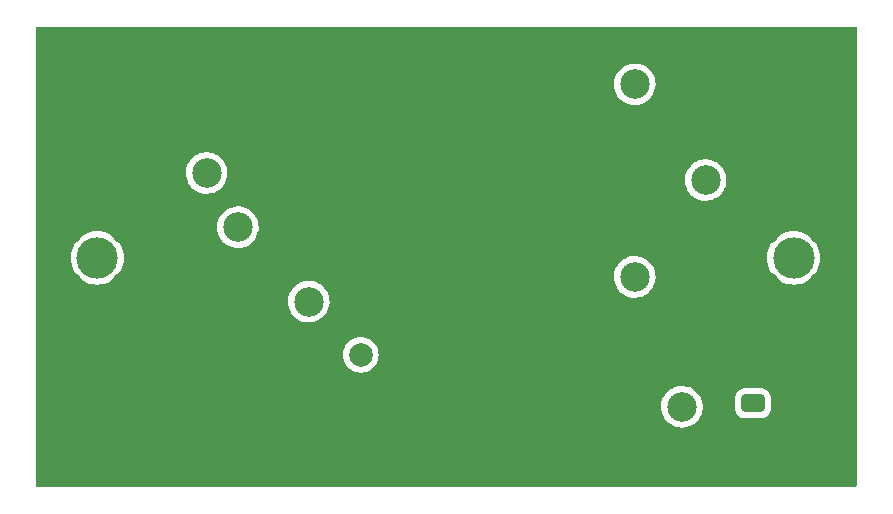
<source format=gbl>
G04 #@! TF.GenerationSoftware,KiCad,Pcbnew,(6.0.4)*
G04 #@! TF.CreationDate,2022-04-05T14:23:39+02:00*
G04 #@! TF.ProjectId,Wzmacniacz antenowy FM,577a6d61-636e-4696-9163-7a20616e7465,rev?*
G04 #@! TF.SameCoordinates,Original*
G04 #@! TF.FileFunction,Copper,L2,Bot*
G04 #@! TF.FilePolarity,Positive*
%FSLAX46Y46*%
G04 Gerber Fmt 4.6, Leading zero omitted, Abs format (unit mm)*
G04 Created by KiCad (PCBNEW (6.0.4)) date 2022-04-05 14:23:39*
%MOMM*%
%LPD*%
G01*
G04 APERTURE LIST*
G04 Aperture macros list*
%AMRoundRect*
0 Rectangle with rounded corners*
0 $1 Rounding radius*
0 $2 $3 $4 $5 $6 $7 $8 $9 X,Y pos of 4 corners*
0 Add a 4 corners polygon primitive as box body*
4,1,4,$2,$3,$4,$5,$6,$7,$8,$9,$2,$3,0*
0 Add four circle primitives for the rounded corners*
1,1,$1+$1,$2,$3*
1,1,$1+$1,$4,$5*
1,1,$1+$1,$6,$7*
1,1,$1+$1,$8,$9*
0 Add four rect primitives between the rounded corners*
20,1,$1+$1,$2,$3,$4,$5,0*
20,1,$1+$1,$4,$5,$6,$7,0*
20,1,$1+$1,$6,$7,$8,$9,0*
20,1,$1+$1,$8,$9,$2,$3,0*%
G04 Aperture macros list end*
G04 #@! TA.AperFunction,ComponentPad*
%ADD10C,2.000000*%
G04 #@! TD*
G04 #@! TA.AperFunction,ComponentPad*
%ADD11C,3.500000*%
G04 #@! TD*
G04 #@! TA.AperFunction,ComponentPad*
%ADD12C,2.900000*%
G04 #@! TD*
G04 #@! TA.AperFunction,ComponentPad*
%ADD13C,2.500000*%
G04 #@! TD*
G04 #@! TA.AperFunction,ComponentPad*
%ADD14RoundRect,0.312500X-0.687500X0.437500X-0.687500X-0.437500X0.687500X-0.437500X0.687500X0.437500X0*%
G04 #@! TD*
G04 #@! TA.AperFunction,ComponentPad*
%ADD15O,2.000000X1.500000*%
G04 #@! TD*
G04 APERTURE END LIST*
D10*
G04 #@! TO.P,,1*
G04 #@! TO.N,GND*
X143700000Y-102300000D03*
G04 #@! TD*
G04 #@! TO.P,,1*
G04 #@! TO.N,Net-(C3-Pad1)*
X143700000Y-96200000D03*
G04 #@! TD*
G04 #@! TO.P,REF\u002A\u002A,1*
G04 #@! TO.N,GND*
X150200000Y-99400000D03*
G04 #@! TD*
D11*
G04 #@! TO.P,J1,1,Pin_1*
G04 #@! TO.N,Net-(C1-Pad1)*
X121400000Y-88000000D03*
D12*
G04 #@! TO.P,J1,2,Pin_2*
G04 #@! TO.N,GND*
X118860000Y-85460000D03*
X123940000Y-85460000D03*
X118860000Y-90540000D03*
X123940000Y-90540000D03*
G04 #@! TD*
D11*
G04 #@! TO.P,J3,1,Pin_1*
G04 #@! TO.N,Net-(C8-Pad2)*
X180350000Y-88000000D03*
D12*
G04 #@! TO.P,J3,2,Pin_2*
G04 #@! TO.N,GND*
X177810000Y-90540000D03*
X177810000Y-85460000D03*
X182890000Y-85460000D03*
X182890000Y-90540000D03*
G04 #@! TD*
D13*
G04 #@! TO.P,L1,1*
G04 #@! TO.N,GND*
X136150000Y-75400000D03*
G04 #@! TO.P,L1,2*
G04 #@! TO.N,Net-(C1-Pad2)*
X130650000Y-80800000D03*
G04 #@! TD*
G04 #@! TO.P,L2,1*
G04 #@! TO.N,Net-(C1-Pad2)*
X133300000Y-85400000D03*
G04 #@! TO.P,L2,2*
G04 #@! TO.N,Net-(C2-Pad1)*
X139300000Y-91700000D03*
G04 #@! TD*
D14*
G04 #@! TO.P,J2,1,Pin_1*
G04 #@! TO.N,+12V*
X176900000Y-100300000D03*
D15*
G04 #@! TO.P,J2,2,Pin_2*
G04 #@! TO.N,GND*
X176900000Y-102300000D03*
G04 #@! TD*
D13*
G04 #@! TO.P,L4,2*
G04 #@! TO.N,Net-(C7-Pad1)*
X166900000Y-89600000D03*
G04 #@! TO.P,L4,1*
G04 #@! TO.N,+12V*
X170900000Y-100600000D03*
G04 #@! TD*
G04 #@! TO.P,L3,1*
G04 #@! TO.N,Net-(C5-Pad1)*
X166900000Y-73300000D03*
G04 #@! TO.P,L3,2*
G04 #@! TO.N,Net-(C7-Pad1)*
X172900000Y-81400000D03*
G04 #@! TD*
G04 #@! TA.AperFunction,Conductor*
G04 #@! TO.N,GND*
G36*
X185633621Y-68428502D02*
G01*
X185680114Y-68482158D01*
X185691500Y-68534500D01*
X185691500Y-107265500D01*
X185671498Y-107333621D01*
X185617842Y-107380114D01*
X185565500Y-107391500D01*
X116334500Y-107391500D01*
X116266379Y-107371498D01*
X116219886Y-107317842D01*
X116208500Y-107265500D01*
X116208500Y-100553839D01*
X169137173Y-100553839D01*
X169149713Y-100814908D01*
X169200704Y-101071256D01*
X169289026Y-101317252D01*
X169291242Y-101321376D01*
X169355753Y-101441437D01*
X169412737Y-101547491D01*
X169415532Y-101551234D01*
X169415534Y-101551237D01*
X169566330Y-101753177D01*
X169566335Y-101753183D01*
X169569122Y-101756915D01*
X169572431Y-101760195D01*
X169572436Y-101760201D01*
X169751426Y-101937635D01*
X169754743Y-101940923D01*
X169758505Y-101943681D01*
X169758508Y-101943684D01*
X169961750Y-102092707D01*
X169965524Y-102095474D01*
X169969667Y-102097654D01*
X169969669Y-102097655D01*
X170192684Y-102214989D01*
X170192689Y-102214991D01*
X170196834Y-102217172D01*
X170443590Y-102303344D01*
X170448183Y-102304216D01*
X170695785Y-102351224D01*
X170695788Y-102351224D01*
X170700374Y-102352095D01*
X170830959Y-102357226D01*
X170956875Y-102362174D01*
X170956881Y-102362174D01*
X170961543Y-102362357D01*
X171040977Y-102353657D01*
X171216707Y-102334412D01*
X171216712Y-102334411D01*
X171221360Y-102333902D01*
X171334116Y-102304216D01*
X171469594Y-102268548D01*
X171469596Y-102268547D01*
X171474117Y-102267357D01*
X171714262Y-102164182D01*
X171936519Y-102026646D01*
X171940082Y-102023629D01*
X171940087Y-102023626D01*
X172132439Y-101860787D01*
X172132440Y-101860786D01*
X172136005Y-101857768D01*
X172227729Y-101753177D01*
X172305257Y-101664774D01*
X172305261Y-101664769D01*
X172308339Y-101661259D01*
X172449733Y-101441437D01*
X172557083Y-101203129D01*
X172595567Y-101066676D01*
X172626760Y-100956076D01*
X172626761Y-100956073D01*
X172628030Y-100951572D01*
X172643801Y-100827604D01*
X175391500Y-100827604D01*
X175391780Y-100832460D01*
X175433214Y-101011930D01*
X175513379Y-101177760D01*
X175628292Y-101321708D01*
X175772240Y-101436621D01*
X175938070Y-101516786D01*
X175944931Y-101518370D01*
X176112341Y-101557020D01*
X176112344Y-101557020D01*
X176117540Y-101558220D01*
X176122396Y-101558500D01*
X177677604Y-101558500D01*
X177682460Y-101558220D01*
X177687656Y-101557020D01*
X177687659Y-101557020D01*
X177855069Y-101518370D01*
X177861930Y-101516786D01*
X178027760Y-101436621D01*
X178171708Y-101321708D01*
X178286621Y-101177760D01*
X178366786Y-101011930D01*
X178408220Y-100832460D01*
X178408500Y-100827604D01*
X178408500Y-99772396D01*
X178408220Y-99767540D01*
X178366786Y-99588070D01*
X178286621Y-99422240D01*
X178171708Y-99278292D01*
X178027760Y-99163379D01*
X177861930Y-99083214D01*
X177841546Y-99078508D01*
X177687659Y-99042980D01*
X177687656Y-99042980D01*
X177682460Y-99041780D01*
X177677604Y-99041500D01*
X176122396Y-99041500D01*
X176117540Y-99041780D01*
X176112344Y-99042980D01*
X176112341Y-99042980D01*
X175958454Y-99078508D01*
X175938070Y-99083214D01*
X175772240Y-99163379D01*
X175628292Y-99278292D01*
X175513379Y-99422240D01*
X175433214Y-99588070D01*
X175391780Y-99767540D01*
X175391500Y-99772396D01*
X175391500Y-100827604D01*
X172643801Y-100827604D01*
X172644832Y-100819496D01*
X172660616Y-100695421D01*
X172660616Y-100695417D01*
X172661014Y-100692291D01*
X172663431Y-100600000D01*
X172644061Y-100339348D01*
X172632725Y-100289248D01*
X172587408Y-100088980D01*
X172586377Y-100084423D01*
X172491647Y-99840823D01*
X172361951Y-99613902D01*
X172200138Y-99408643D01*
X172009763Y-99229557D01*
X171857437Y-99123884D01*
X171798851Y-99083241D01*
X171798848Y-99083239D01*
X171795009Y-99080576D01*
X171790816Y-99078508D01*
X171564781Y-98967040D01*
X171564778Y-98967039D01*
X171560593Y-98964975D01*
X171514449Y-98950204D01*
X171316123Y-98886720D01*
X171311665Y-98885293D01*
X171053693Y-98843279D01*
X170939942Y-98841790D01*
X170797022Y-98839919D01*
X170797019Y-98839919D01*
X170792345Y-98839858D01*
X170533362Y-98875104D01*
X170282433Y-98948243D01*
X170278180Y-98950203D01*
X170278179Y-98950204D01*
X170241659Y-98967040D01*
X170045072Y-99057668D01*
X170008524Y-99081630D01*
X169830404Y-99198410D01*
X169830399Y-99198414D01*
X169826491Y-99200976D01*
X169631494Y-99375018D01*
X169464363Y-99575970D01*
X169461934Y-99579973D01*
X169348116Y-99767540D01*
X169328771Y-99799419D01*
X169227697Y-100040455D01*
X169163359Y-100293783D01*
X169137173Y-100553839D01*
X116208500Y-100553839D01*
X116208500Y-96200000D01*
X142186835Y-96200000D01*
X142205465Y-96436711D01*
X142260895Y-96667594D01*
X142351760Y-96886963D01*
X142354346Y-96891183D01*
X142473241Y-97085202D01*
X142473245Y-97085208D01*
X142475824Y-97089416D01*
X142630031Y-97269969D01*
X142810584Y-97424176D01*
X142814792Y-97426755D01*
X142814798Y-97426759D01*
X143008817Y-97545654D01*
X143013037Y-97548240D01*
X143017607Y-97550133D01*
X143017611Y-97550135D01*
X143227833Y-97637211D01*
X143232406Y-97639105D01*
X143312609Y-97658360D01*
X143458476Y-97693380D01*
X143458482Y-97693381D01*
X143463289Y-97694535D01*
X143700000Y-97713165D01*
X143936711Y-97694535D01*
X143941518Y-97693381D01*
X143941524Y-97693380D01*
X144087391Y-97658360D01*
X144167594Y-97639105D01*
X144172167Y-97637211D01*
X144382389Y-97550135D01*
X144382393Y-97550133D01*
X144386963Y-97548240D01*
X144391183Y-97545654D01*
X144585202Y-97426759D01*
X144585208Y-97426755D01*
X144589416Y-97424176D01*
X144769969Y-97269969D01*
X144924176Y-97089416D01*
X144926755Y-97085208D01*
X144926759Y-97085202D01*
X145045654Y-96891183D01*
X145048240Y-96886963D01*
X145139105Y-96667594D01*
X145194535Y-96436711D01*
X145213165Y-96200000D01*
X145194535Y-95963289D01*
X145139105Y-95732406D01*
X145048240Y-95513037D01*
X145045654Y-95508817D01*
X144926759Y-95314798D01*
X144926755Y-95314792D01*
X144924176Y-95310584D01*
X144769969Y-95130031D01*
X144589416Y-94975824D01*
X144585208Y-94973245D01*
X144585202Y-94973241D01*
X144391183Y-94854346D01*
X144386963Y-94851760D01*
X144382393Y-94849867D01*
X144382389Y-94849865D01*
X144172167Y-94762789D01*
X144172165Y-94762788D01*
X144167594Y-94760895D01*
X144087391Y-94741640D01*
X143941524Y-94706620D01*
X143941518Y-94706619D01*
X143936711Y-94705465D01*
X143700000Y-94686835D01*
X143463289Y-94705465D01*
X143458482Y-94706619D01*
X143458476Y-94706620D01*
X143312609Y-94741640D01*
X143232406Y-94760895D01*
X143227835Y-94762788D01*
X143227833Y-94762789D01*
X143017611Y-94849865D01*
X143017607Y-94849867D01*
X143013037Y-94851760D01*
X143008817Y-94854346D01*
X142814798Y-94973241D01*
X142814792Y-94973245D01*
X142810584Y-94975824D01*
X142630031Y-95130031D01*
X142475824Y-95310584D01*
X142473245Y-95314792D01*
X142473241Y-95314798D01*
X142354346Y-95508817D01*
X142351760Y-95513037D01*
X142260895Y-95732406D01*
X142205465Y-95963289D01*
X142186835Y-96200000D01*
X116208500Y-96200000D01*
X116208500Y-91653839D01*
X137537173Y-91653839D01*
X137549713Y-91914908D01*
X137600704Y-92171256D01*
X137689026Y-92417252D01*
X137691242Y-92421376D01*
X137755753Y-92541437D01*
X137812737Y-92647491D01*
X137815532Y-92651234D01*
X137815534Y-92651237D01*
X137966330Y-92853177D01*
X137966335Y-92853183D01*
X137969122Y-92856915D01*
X137972431Y-92860195D01*
X137972436Y-92860201D01*
X138151426Y-93037635D01*
X138154743Y-93040923D01*
X138158505Y-93043681D01*
X138158508Y-93043684D01*
X138361750Y-93192707D01*
X138365524Y-93195474D01*
X138369667Y-93197654D01*
X138369669Y-93197655D01*
X138592684Y-93314989D01*
X138592689Y-93314991D01*
X138596834Y-93317172D01*
X138843590Y-93403344D01*
X138848183Y-93404216D01*
X139095785Y-93451224D01*
X139095788Y-93451224D01*
X139100374Y-93452095D01*
X139230959Y-93457226D01*
X139356875Y-93462174D01*
X139356881Y-93462174D01*
X139361543Y-93462357D01*
X139440977Y-93453657D01*
X139616707Y-93434412D01*
X139616712Y-93434411D01*
X139621360Y-93433902D01*
X139734116Y-93404216D01*
X139869594Y-93368548D01*
X139869596Y-93368547D01*
X139874117Y-93367357D01*
X140114262Y-93264182D01*
X140336519Y-93126646D01*
X140340082Y-93123629D01*
X140340087Y-93123626D01*
X140532439Y-92960787D01*
X140532440Y-92960786D01*
X140536005Y-92957768D01*
X140627729Y-92853177D01*
X140705257Y-92764774D01*
X140705261Y-92764769D01*
X140708339Y-92761259D01*
X140849733Y-92541437D01*
X140957083Y-92303129D01*
X141028030Y-92051572D01*
X141044832Y-91919496D01*
X141060616Y-91795421D01*
X141060616Y-91795417D01*
X141061014Y-91792291D01*
X141063431Y-91700000D01*
X141044061Y-91439348D01*
X141032725Y-91389248D01*
X140987408Y-91188980D01*
X140986377Y-91184423D01*
X140984684Y-91180069D01*
X140893340Y-90945176D01*
X140893339Y-90945173D01*
X140891647Y-90940823D01*
X140761951Y-90713902D01*
X140600138Y-90508643D01*
X140409763Y-90329557D01*
X140257437Y-90223884D01*
X140198851Y-90183241D01*
X140198848Y-90183239D01*
X140195009Y-90180576D01*
X140190816Y-90178508D01*
X139964781Y-90067040D01*
X139964778Y-90067039D01*
X139960593Y-90064975D01*
X139914449Y-90050204D01*
X139716123Y-89986720D01*
X139711665Y-89985293D01*
X139453693Y-89943279D01*
X139339942Y-89941790D01*
X139197022Y-89939919D01*
X139197019Y-89939919D01*
X139192345Y-89939858D01*
X138933362Y-89975104D01*
X138682433Y-90048243D01*
X138678180Y-90050203D01*
X138678179Y-90050204D01*
X138642449Y-90066676D01*
X138445072Y-90157668D01*
X138406067Y-90183241D01*
X138230404Y-90298410D01*
X138230399Y-90298414D01*
X138226491Y-90300976D01*
X138031494Y-90475018D01*
X137864363Y-90675970D01*
X137728771Y-90899419D01*
X137627697Y-91140455D01*
X137563359Y-91393783D01*
X137537173Y-91653839D01*
X116208500Y-91653839D01*
X116208500Y-88000000D01*
X119136654Y-88000000D01*
X119136924Y-88004119D01*
X119151700Y-88229557D01*
X119156017Y-88295426D01*
X119156819Y-88299459D01*
X119156820Y-88299465D01*
X119212970Y-88581747D01*
X119213776Y-88585797D01*
X119215103Y-88589706D01*
X119215104Y-88589710D01*
X119300345Y-88840823D01*
X119308941Y-88866145D01*
X119310765Y-88869843D01*
X119414437Y-89080069D01*
X119439885Y-89131673D01*
X119442179Y-89135106D01*
X119578649Y-89339348D01*
X119604367Y-89377838D01*
X119607081Y-89380932D01*
X119607085Y-89380938D01*
X119796437Y-89596851D01*
X119799573Y-89600427D01*
X119802662Y-89603136D01*
X120019062Y-89792915D01*
X120019068Y-89792919D01*
X120022162Y-89795633D01*
X120025588Y-89797922D01*
X120025593Y-89797926D01*
X120209405Y-89920744D01*
X120268327Y-89960115D01*
X120272026Y-89961939D01*
X120272031Y-89961942D01*
X120408313Y-90029148D01*
X120533855Y-90091059D01*
X120537760Y-90092384D01*
X120537761Y-90092385D01*
X120810290Y-90184896D01*
X120810294Y-90184897D01*
X120814203Y-90186224D01*
X120818247Y-90187028D01*
X120818253Y-90187030D01*
X121100535Y-90243180D01*
X121100541Y-90243181D01*
X121104574Y-90243983D01*
X121108679Y-90244252D01*
X121108686Y-90244253D01*
X121395881Y-90263076D01*
X121400000Y-90263346D01*
X121404119Y-90263076D01*
X121691314Y-90244253D01*
X121691321Y-90244252D01*
X121695426Y-90243983D01*
X121699459Y-90243181D01*
X121699465Y-90243180D01*
X121981747Y-90187030D01*
X121981753Y-90187028D01*
X121985797Y-90186224D01*
X121989706Y-90184897D01*
X121989710Y-90184896D01*
X122262239Y-90092385D01*
X122262240Y-90092384D01*
X122266145Y-90091059D01*
X122391687Y-90029148D01*
X122527969Y-89961942D01*
X122527974Y-89961939D01*
X122531673Y-89960115D01*
X122590595Y-89920744D01*
X122774407Y-89797926D01*
X122774412Y-89797922D01*
X122777838Y-89795633D01*
X122780932Y-89792919D01*
X122780938Y-89792915D01*
X122997338Y-89603136D01*
X123000427Y-89600427D01*
X123003563Y-89596851D01*
X123041284Y-89553839D01*
X165137173Y-89553839D01*
X165137397Y-89558505D01*
X165137397Y-89558511D01*
X165139541Y-89603136D01*
X165149713Y-89814908D01*
X165200704Y-90071256D01*
X165289026Y-90317252D01*
X165291242Y-90321376D01*
X165355753Y-90441437D01*
X165412737Y-90547491D01*
X165415532Y-90551234D01*
X165415534Y-90551237D01*
X165566330Y-90753177D01*
X165566335Y-90753183D01*
X165569122Y-90756915D01*
X165572431Y-90760195D01*
X165572436Y-90760201D01*
X165751426Y-90937635D01*
X165754743Y-90940923D01*
X165758505Y-90943681D01*
X165758508Y-90943684D01*
X165961750Y-91092707D01*
X165965524Y-91095474D01*
X165969667Y-91097654D01*
X165969669Y-91097655D01*
X166192684Y-91214989D01*
X166192689Y-91214991D01*
X166196834Y-91217172D01*
X166443590Y-91303344D01*
X166448183Y-91304216D01*
X166695785Y-91351224D01*
X166695788Y-91351224D01*
X166700374Y-91352095D01*
X166830959Y-91357226D01*
X166956875Y-91362174D01*
X166956881Y-91362174D01*
X166961543Y-91362357D01*
X167040977Y-91353657D01*
X167216707Y-91334412D01*
X167216712Y-91334411D01*
X167221360Y-91333902D01*
X167334116Y-91304216D01*
X167469594Y-91268548D01*
X167469596Y-91268547D01*
X167474117Y-91267357D01*
X167714262Y-91164182D01*
X167936519Y-91026646D01*
X167940082Y-91023629D01*
X167940087Y-91023626D01*
X168132439Y-90860787D01*
X168132440Y-90860786D01*
X168136005Y-90857768D01*
X168227729Y-90753177D01*
X168305257Y-90664774D01*
X168305261Y-90664769D01*
X168308339Y-90661259D01*
X168449733Y-90441437D01*
X168557083Y-90203129D01*
X168594275Y-90071256D01*
X168626760Y-89956076D01*
X168626761Y-89956073D01*
X168628030Y-89951572D01*
X168644832Y-89819496D01*
X168660616Y-89695421D01*
X168660616Y-89695417D01*
X168661014Y-89692291D01*
X168663431Y-89600000D01*
X168647152Y-89380938D01*
X168644407Y-89344000D01*
X168644406Y-89343996D01*
X168644061Y-89339348D01*
X168632725Y-89289248D01*
X168597069Y-89131673D01*
X168586377Y-89084423D01*
X168491647Y-88840823D01*
X168361951Y-88613902D01*
X168200138Y-88408643D01*
X168009763Y-88229557D01*
X167795009Y-88080576D01*
X167790816Y-88078508D01*
X167631617Y-88000000D01*
X178086654Y-88000000D01*
X178086924Y-88004119D01*
X178101700Y-88229557D01*
X178106017Y-88295426D01*
X178106819Y-88299459D01*
X178106820Y-88299465D01*
X178162970Y-88581747D01*
X178163776Y-88585797D01*
X178165103Y-88589706D01*
X178165104Y-88589710D01*
X178250345Y-88840823D01*
X178258941Y-88866145D01*
X178260765Y-88869843D01*
X178364437Y-89080069D01*
X178389885Y-89131673D01*
X178392179Y-89135106D01*
X178528649Y-89339348D01*
X178554367Y-89377838D01*
X178557081Y-89380932D01*
X178557085Y-89380938D01*
X178746437Y-89596851D01*
X178749573Y-89600427D01*
X178752662Y-89603136D01*
X178969062Y-89792915D01*
X178969068Y-89792919D01*
X178972162Y-89795633D01*
X178975588Y-89797922D01*
X178975593Y-89797926D01*
X179159405Y-89920744D01*
X179218327Y-89960115D01*
X179222026Y-89961939D01*
X179222031Y-89961942D01*
X179358313Y-90029148D01*
X179483855Y-90091059D01*
X179487760Y-90092384D01*
X179487761Y-90092385D01*
X179760290Y-90184896D01*
X179760294Y-90184897D01*
X179764203Y-90186224D01*
X179768247Y-90187028D01*
X179768253Y-90187030D01*
X180050535Y-90243180D01*
X180050541Y-90243181D01*
X180054574Y-90243983D01*
X180058679Y-90244252D01*
X180058686Y-90244253D01*
X180345881Y-90263076D01*
X180350000Y-90263346D01*
X180354119Y-90263076D01*
X180641314Y-90244253D01*
X180641321Y-90244252D01*
X180645426Y-90243983D01*
X180649459Y-90243181D01*
X180649465Y-90243180D01*
X180931747Y-90187030D01*
X180931753Y-90187028D01*
X180935797Y-90186224D01*
X180939706Y-90184897D01*
X180939710Y-90184896D01*
X181212239Y-90092385D01*
X181212240Y-90092384D01*
X181216145Y-90091059D01*
X181341687Y-90029148D01*
X181477969Y-89961942D01*
X181477974Y-89961939D01*
X181481673Y-89960115D01*
X181540595Y-89920744D01*
X181724407Y-89797926D01*
X181724412Y-89797922D01*
X181727838Y-89795633D01*
X181730932Y-89792919D01*
X181730938Y-89792915D01*
X181947338Y-89603136D01*
X181950427Y-89600427D01*
X181953563Y-89596851D01*
X182142915Y-89380938D01*
X182142919Y-89380932D01*
X182145633Y-89377838D01*
X182171352Y-89339348D01*
X182307821Y-89135106D01*
X182310115Y-89131673D01*
X182335564Y-89080069D01*
X182439235Y-88869843D01*
X182441059Y-88866145D01*
X182449655Y-88840823D01*
X182534896Y-88589710D01*
X182534897Y-88589706D01*
X182536224Y-88585797D01*
X182537030Y-88581747D01*
X182593180Y-88299465D01*
X182593181Y-88299459D01*
X182593983Y-88295426D01*
X182598301Y-88229557D01*
X182613076Y-88004119D01*
X182613346Y-88000000D01*
X182605828Y-87885293D01*
X182594253Y-87708686D01*
X182594252Y-87708679D01*
X182593983Y-87704574D01*
X182536224Y-87414203D01*
X182441059Y-87133855D01*
X182358294Y-86966025D01*
X182311942Y-86872031D01*
X182311939Y-86872026D01*
X182310115Y-86868327D01*
X182226831Y-86743684D01*
X182147926Y-86625593D01*
X182147922Y-86625588D01*
X182145633Y-86622162D01*
X182142919Y-86619068D01*
X182142915Y-86619062D01*
X181953136Y-86402662D01*
X181950427Y-86399573D01*
X181886341Y-86343371D01*
X181730938Y-86207085D01*
X181730932Y-86207081D01*
X181727838Y-86204367D01*
X181724412Y-86202078D01*
X181724407Y-86202074D01*
X181485106Y-86042179D01*
X181481673Y-86039885D01*
X181477974Y-86038061D01*
X181477969Y-86038058D01*
X181341687Y-85970852D01*
X181216145Y-85908941D01*
X181212239Y-85907615D01*
X180939710Y-85815104D01*
X180939706Y-85815103D01*
X180935797Y-85813776D01*
X180931753Y-85812972D01*
X180931747Y-85812970D01*
X180649465Y-85756820D01*
X180649459Y-85756819D01*
X180645426Y-85756017D01*
X180641321Y-85755748D01*
X180641314Y-85755747D01*
X180354119Y-85736924D01*
X180350000Y-85736654D01*
X180345881Y-85736924D01*
X180058686Y-85755747D01*
X180058679Y-85755748D01*
X180054574Y-85756017D01*
X180050541Y-85756819D01*
X180050535Y-85756820D01*
X179768253Y-85812970D01*
X179768247Y-85812972D01*
X179764203Y-85813776D01*
X179760294Y-85815103D01*
X179760290Y-85815104D01*
X179487761Y-85907615D01*
X179483855Y-85908941D01*
X179358313Y-85970852D01*
X179222031Y-86038058D01*
X179222026Y-86038061D01*
X179218327Y-86039885D01*
X179214894Y-86042179D01*
X178975593Y-86202074D01*
X178975588Y-86202078D01*
X178972162Y-86204367D01*
X178969068Y-86207081D01*
X178969062Y-86207085D01*
X178813659Y-86343371D01*
X178749573Y-86399573D01*
X178746864Y-86402662D01*
X178557085Y-86619062D01*
X178557081Y-86619068D01*
X178554367Y-86622162D01*
X178552078Y-86625588D01*
X178552074Y-86625593D01*
X178473169Y-86743684D01*
X178389885Y-86868327D01*
X178388061Y-86872026D01*
X178388058Y-86872031D01*
X178341706Y-86966025D01*
X178258941Y-87133855D01*
X178163776Y-87414203D01*
X178106017Y-87704574D01*
X178105748Y-87708679D01*
X178105747Y-87708686D01*
X178094172Y-87885293D01*
X178086654Y-88000000D01*
X167631617Y-88000000D01*
X167564781Y-87967040D01*
X167564778Y-87967039D01*
X167560593Y-87964975D01*
X167514449Y-87950204D01*
X167316123Y-87886720D01*
X167311665Y-87885293D01*
X167053693Y-87843279D01*
X166939942Y-87841790D01*
X166797022Y-87839919D01*
X166797019Y-87839919D01*
X166792345Y-87839858D01*
X166533362Y-87875104D01*
X166282433Y-87948243D01*
X166278180Y-87950203D01*
X166278179Y-87950204D01*
X166241659Y-87967040D01*
X166045072Y-88057668D01*
X166006067Y-88083241D01*
X165830404Y-88198410D01*
X165830399Y-88198414D01*
X165826491Y-88200976D01*
X165631494Y-88375018D01*
X165464363Y-88575970D01*
X165328771Y-88799419D01*
X165227697Y-89040455D01*
X165163359Y-89293783D01*
X165137173Y-89553839D01*
X123041284Y-89553839D01*
X123192915Y-89380938D01*
X123192919Y-89380932D01*
X123195633Y-89377838D01*
X123221352Y-89339348D01*
X123357821Y-89135106D01*
X123360115Y-89131673D01*
X123385564Y-89080069D01*
X123489235Y-88869843D01*
X123491059Y-88866145D01*
X123499655Y-88840823D01*
X123584896Y-88589710D01*
X123584897Y-88589706D01*
X123586224Y-88585797D01*
X123587030Y-88581747D01*
X123643180Y-88299465D01*
X123643181Y-88299459D01*
X123643983Y-88295426D01*
X123648301Y-88229557D01*
X123663076Y-88004119D01*
X123663346Y-88000000D01*
X123655828Y-87885293D01*
X123644253Y-87708686D01*
X123644252Y-87708679D01*
X123643983Y-87704574D01*
X123586224Y-87414203D01*
X123491059Y-87133855D01*
X123408294Y-86966025D01*
X123361942Y-86872031D01*
X123361939Y-86872026D01*
X123360115Y-86868327D01*
X123276831Y-86743684D01*
X123197926Y-86625593D01*
X123197922Y-86625588D01*
X123195633Y-86622162D01*
X123192919Y-86619068D01*
X123192915Y-86619062D01*
X123003136Y-86402662D01*
X123000427Y-86399573D01*
X122936341Y-86343371D01*
X122780938Y-86207085D01*
X122780932Y-86207081D01*
X122777838Y-86204367D01*
X122774412Y-86202078D01*
X122774407Y-86202074D01*
X122535106Y-86042179D01*
X122531673Y-86039885D01*
X122527974Y-86038061D01*
X122527969Y-86038058D01*
X122391687Y-85970852D01*
X122266145Y-85908941D01*
X122262239Y-85907615D01*
X121989710Y-85815104D01*
X121989706Y-85815103D01*
X121985797Y-85813776D01*
X121981753Y-85812972D01*
X121981747Y-85812970D01*
X121699465Y-85756820D01*
X121699459Y-85756819D01*
X121695426Y-85756017D01*
X121691321Y-85755748D01*
X121691314Y-85755747D01*
X121404119Y-85736924D01*
X121400000Y-85736654D01*
X121395881Y-85736924D01*
X121108686Y-85755747D01*
X121108679Y-85755748D01*
X121104574Y-85756017D01*
X121100541Y-85756819D01*
X121100535Y-85756820D01*
X120818253Y-85812970D01*
X120818247Y-85812972D01*
X120814203Y-85813776D01*
X120810294Y-85815103D01*
X120810290Y-85815104D01*
X120537761Y-85907615D01*
X120533855Y-85908941D01*
X120408313Y-85970852D01*
X120272031Y-86038058D01*
X120272026Y-86038061D01*
X120268327Y-86039885D01*
X120264894Y-86042179D01*
X120025593Y-86202074D01*
X120025588Y-86202078D01*
X120022162Y-86204367D01*
X120019068Y-86207081D01*
X120019062Y-86207085D01*
X119863659Y-86343371D01*
X119799573Y-86399573D01*
X119796864Y-86402662D01*
X119607085Y-86619062D01*
X119607081Y-86619068D01*
X119604367Y-86622162D01*
X119602078Y-86625588D01*
X119602074Y-86625593D01*
X119523169Y-86743684D01*
X119439885Y-86868327D01*
X119438061Y-86872026D01*
X119438058Y-86872031D01*
X119391706Y-86966025D01*
X119308941Y-87133855D01*
X119213776Y-87414203D01*
X119156017Y-87704574D01*
X119155748Y-87708679D01*
X119155747Y-87708686D01*
X119144172Y-87885293D01*
X119136654Y-88000000D01*
X116208500Y-88000000D01*
X116208500Y-85353839D01*
X131537173Y-85353839D01*
X131549713Y-85614908D01*
X131600704Y-85871256D01*
X131689026Y-86117252D01*
X131691242Y-86121376D01*
X131755753Y-86241437D01*
X131812737Y-86347491D01*
X131815532Y-86351234D01*
X131815534Y-86351237D01*
X131966330Y-86553177D01*
X131966335Y-86553183D01*
X131969122Y-86556915D01*
X131972431Y-86560195D01*
X131972436Y-86560201D01*
X132151426Y-86737635D01*
X132154743Y-86740923D01*
X132158505Y-86743681D01*
X132158508Y-86743684D01*
X132361750Y-86892707D01*
X132365524Y-86895474D01*
X132369667Y-86897654D01*
X132369669Y-86897655D01*
X132592684Y-87014989D01*
X132592689Y-87014991D01*
X132596834Y-87017172D01*
X132843590Y-87103344D01*
X132848183Y-87104216D01*
X133095785Y-87151224D01*
X133095788Y-87151224D01*
X133100374Y-87152095D01*
X133230959Y-87157226D01*
X133356875Y-87162174D01*
X133356881Y-87162174D01*
X133361543Y-87162357D01*
X133440977Y-87153657D01*
X133616707Y-87134412D01*
X133616712Y-87134411D01*
X133621360Y-87133902D01*
X133734116Y-87104216D01*
X133869594Y-87068548D01*
X133869596Y-87068547D01*
X133874117Y-87067357D01*
X134114262Y-86964182D01*
X134336519Y-86826646D01*
X134340082Y-86823629D01*
X134340087Y-86823626D01*
X134532439Y-86660787D01*
X134532440Y-86660786D01*
X134536005Y-86657768D01*
X134627729Y-86553177D01*
X134705257Y-86464774D01*
X134705261Y-86464769D01*
X134708339Y-86461259D01*
X134849733Y-86241437D01*
X134957083Y-86003129D01*
X135028030Y-85751572D01*
X135044832Y-85619496D01*
X135060616Y-85495421D01*
X135060616Y-85495417D01*
X135061014Y-85492291D01*
X135063431Y-85400000D01*
X135044061Y-85139348D01*
X135032725Y-85089248D01*
X134987408Y-84888980D01*
X134986377Y-84884423D01*
X134891647Y-84640823D01*
X134761951Y-84413902D01*
X134600138Y-84208643D01*
X134409763Y-84029557D01*
X134195009Y-83880576D01*
X134190816Y-83878508D01*
X133964781Y-83767040D01*
X133964778Y-83767039D01*
X133960593Y-83764975D01*
X133914449Y-83750204D01*
X133716123Y-83686720D01*
X133711665Y-83685293D01*
X133453693Y-83643279D01*
X133339942Y-83641790D01*
X133197022Y-83639919D01*
X133197019Y-83639919D01*
X133192345Y-83639858D01*
X132933362Y-83675104D01*
X132682433Y-83748243D01*
X132678180Y-83750203D01*
X132678179Y-83750204D01*
X132641659Y-83767040D01*
X132445072Y-83857668D01*
X132406067Y-83883241D01*
X132230404Y-83998410D01*
X132230399Y-83998414D01*
X132226491Y-84000976D01*
X132031494Y-84175018D01*
X131864363Y-84375970D01*
X131728771Y-84599419D01*
X131627697Y-84840455D01*
X131563359Y-85093783D01*
X131537173Y-85353839D01*
X116208500Y-85353839D01*
X116208500Y-80753839D01*
X128887173Y-80753839D01*
X128899713Y-81014908D01*
X128950704Y-81271256D01*
X129039026Y-81517252D01*
X129041242Y-81521376D01*
X129105753Y-81641437D01*
X129162737Y-81747491D01*
X129165532Y-81751234D01*
X129165534Y-81751237D01*
X129316330Y-81953177D01*
X129316335Y-81953183D01*
X129319122Y-81956915D01*
X129322431Y-81960195D01*
X129322436Y-81960201D01*
X129501426Y-82137635D01*
X129504743Y-82140923D01*
X129508505Y-82143681D01*
X129508508Y-82143684D01*
X129711750Y-82292707D01*
X129715524Y-82295474D01*
X129719667Y-82297654D01*
X129719669Y-82297655D01*
X129942684Y-82414989D01*
X129942689Y-82414991D01*
X129946834Y-82417172D01*
X130193590Y-82503344D01*
X130198183Y-82504216D01*
X130445785Y-82551224D01*
X130445788Y-82551224D01*
X130450374Y-82552095D01*
X130573044Y-82556915D01*
X130706875Y-82562174D01*
X130706881Y-82562174D01*
X130711543Y-82562357D01*
X130795364Y-82553177D01*
X130966707Y-82534412D01*
X130966712Y-82534411D01*
X130971360Y-82533902D01*
X131084116Y-82504216D01*
X131219594Y-82468548D01*
X131219596Y-82468547D01*
X131224117Y-82467357D01*
X131238311Y-82461259D01*
X131459972Y-82366025D01*
X131464262Y-82364182D01*
X131497893Y-82343371D01*
X131682547Y-82229104D01*
X131682548Y-82229104D01*
X131686519Y-82226646D01*
X131690082Y-82223629D01*
X131690087Y-82223626D01*
X131882439Y-82060787D01*
X131882440Y-82060786D01*
X131886005Y-82057768D01*
X132049572Y-81871256D01*
X132055257Y-81864774D01*
X132055261Y-81864769D01*
X132058339Y-81861259D01*
X132199733Y-81641437D01*
X132307083Y-81403129D01*
X132320984Y-81353839D01*
X171137173Y-81353839D01*
X171137397Y-81358505D01*
X171137397Y-81358511D01*
X171139542Y-81403160D01*
X171149713Y-81614908D01*
X171200704Y-81871256D01*
X171289026Y-82117252D01*
X171291242Y-82121376D01*
X171355753Y-82241437D01*
X171412737Y-82347491D01*
X171415532Y-82351234D01*
X171415534Y-82351237D01*
X171566330Y-82553177D01*
X171566335Y-82553183D01*
X171569122Y-82556915D01*
X171572431Y-82560195D01*
X171572436Y-82560201D01*
X171751426Y-82737635D01*
X171754743Y-82740923D01*
X171758505Y-82743681D01*
X171758508Y-82743684D01*
X171961750Y-82892707D01*
X171965524Y-82895474D01*
X171969667Y-82897654D01*
X171969669Y-82897655D01*
X172192684Y-83014989D01*
X172192689Y-83014991D01*
X172196834Y-83017172D01*
X172443590Y-83103344D01*
X172448183Y-83104216D01*
X172695785Y-83151224D01*
X172695788Y-83151224D01*
X172700374Y-83152095D01*
X172830959Y-83157226D01*
X172956875Y-83162174D01*
X172956881Y-83162174D01*
X172961543Y-83162357D01*
X173040977Y-83153657D01*
X173216707Y-83134412D01*
X173216712Y-83134411D01*
X173221360Y-83133902D01*
X173334116Y-83104216D01*
X173469594Y-83068548D01*
X173469596Y-83068547D01*
X173474117Y-83067357D01*
X173714262Y-82964182D01*
X173936519Y-82826646D01*
X173940082Y-82823629D01*
X173940087Y-82823626D01*
X174132439Y-82660787D01*
X174132440Y-82660786D01*
X174136005Y-82657768D01*
X174156736Y-82634128D01*
X174305257Y-82464774D01*
X174305261Y-82464769D01*
X174308339Y-82461259D01*
X174369596Y-82366025D01*
X174447205Y-82245367D01*
X174449733Y-82241437D01*
X174557083Y-82003129D01*
X174595567Y-81866676D01*
X174626760Y-81756076D01*
X174626761Y-81756073D01*
X174628030Y-81751572D01*
X174644832Y-81619496D01*
X174660616Y-81495421D01*
X174660616Y-81495417D01*
X174661014Y-81492291D01*
X174663431Y-81400000D01*
X174645304Y-81156076D01*
X174644407Y-81144000D01*
X174644406Y-81143996D01*
X174644061Y-81139348D01*
X174632725Y-81089248D01*
X174600853Y-80948399D01*
X174586377Y-80884423D01*
X174553547Y-80800000D01*
X174493340Y-80645176D01*
X174493339Y-80645173D01*
X174491647Y-80640823D01*
X174361951Y-80413902D01*
X174200138Y-80208643D01*
X174009763Y-80029557D01*
X173795009Y-79880576D01*
X173790816Y-79878508D01*
X173564781Y-79767040D01*
X173564778Y-79767039D01*
X173560593Y-79764975D01*
X173514449Y-79750204D01*
X173316123Y-79686720D01*
X173311665Y-79685293D01*
X173053693Y-79643279D01*
X172939942Y-79641790D01*
X172797022Y-79639919D01*
X172797019Y-79639919D01*
X172792345Y-79639858D01*
X172533362Y-79675104D01*
X172282433Y-79748243D01*
X172278180Y-79750203D01*
X172278179Y-79750204D01*
X172241659Y-79767040D01*
X172045072Y-79857668D01*
X172006067Y-79883241D01*
X171830404Y-79998410D01*
X171830399Y-79998414D01*
X171826491Y-80000976D01*
X171631494Y-80175018D01*
X171464363Y-80375970D01*
X171461934Y-80379973D01*
X171390048Y-80498438D01*
X171328771Y-80599419D01*
X171227697Y-80840455D01*
X171163359Y-81093783D01*
X171137173Y-81353839D01*
X132320984Y-81353839D01*
X132378030Y-81151572D01*
X132394832Y-81019496D01*
X132410616Y-80895421D01*
X132410616Y-80895417D01*
X132411014Y-80892291D01*
X132413431Y-80800000D01*
X132409655Y-80749185D01*
X132394407Y-80544000D01*
X132394406Y-80543996D01*
X132394061Y-80539348D01*
X132382725Y-80489248D01*
X132337408Y-80288980D01*
X132336377Y-80284423D01*
X132317603Y-80236146D01*
X132243340Y-80045176D01*
X132243339Y-80045173D01*
X132241647Y-80040823D01*
X132237041Y-80032763D01*
X132114270Y-79817960D01*
X132111951Y-79813902D01*
X131950138Y-79608643D01*
X131759763Y-79429557D01*
X131545009Y-79280576D01*
X131540816Y-79278508D01*
X131314781Y-79167040D01*
X131314778Y-79167039D01*
X131310593Y-79164975D01*
X131264449Y-79150204D01*
X131066123Y-79086720D01*
X131061665Y-79085293D01*
X130803693Y-79043279D01*
X130689942Y-79041790D01*
X130547022Y-79039919D01*
X130547019Y-79039919D01*
X130542345Y-79039858D01*
X130283362Y-79075104D01*
X130032433Y-79148243D01*
X130028180Y-79150203D01*
X130028179Y-79150204D01*
X129991659Y-79167040D01*
X129795072Y-79257668D01*
X129756067Y-79283241D01*
X129580404Y-79398410D01*
X129580399Y-79398414D01*
X129576491Y-79400976D01*
X129381494Y-79575018D01*
X129214363Y-79775970D01*
X129211934Y-79779973D01*
X129150887Y-79880576D01*
X129078771Y-79999419D01*
X128977697Y-80240455D01*
X128913359Y-80493783D01*
X128887173Y-80753839D01*
X116208500Y-80753839D01*
X116208500Y-73253839D01*
X165137173Y-73253839D01*
X165149713Y-73514908D01*
X165200704Y-73771256D01*
X165289026Y-74017252D01*
X165291242Y-74021376D01*
X165355753Y-74141437D01*
X165412737Y-74247491D01*
X165415532Y-74251234D01*
X165415534Y-74251237D01*
X165566330Y-74453177D01*
X165566335Y-74453183D01*
X165569122Y-74456915D01*
X165572431Y-74460195D01*
X165572436Y-74460201D01*
X165751426Y-74637635D01*
X165754743Y-74640923D01*
X165758505Y-74643681D01*
X165758508Y-74643684D01*
X165961750Y-74792707D01*
X165965524Y-74795474D01*
X165969667Y-74797654D01*
X165969669Y-74797655D01*
X166192684Y-74914989D01*
X166192689Y-74914991D01*
X166196834Y-74917172D01*
X166443590Y-75003344D01*
X166448183Y-75004216D01*
X166695785Y-75051224D01*
X166695788Y-75051224D01*
X166700374Y-75052095D01*
X166830959Y-75057226D01*
X166956875Y-75062174D01*
X166956881Y-75062174D01*
X166961543Y-75062357D01*
X167040977Y-75053657D01*
X167216707Y-75034412D01*
X167216712Y-75034411D01*
X167221360Y-75033902D01*
X167334116Y-75004216D01*
X167469594Y-74968548D01*
X167469596Y-74968547D01*
X167474117Y-74967357D01*
X167714262Y-74864182D01*
X167936519Y-74726646D01*
X167940082Y-74723629D01*
X167940087Y-74723626D01*
X168132439Y-74560787D01*
X168132440Y-74560786D01*
X168136005Y-74557768D01*
X168227729Y-74453177D01*
X168305257Y-74364774D01*
X168305261Y-74364769D01*
X168308339Y-74361259D01*
X168449733Y-74141437D01*
X168557083Y-73903129D01*
X168628030Y-73651572D01*
X168644832Y-73519496D01*
X168660616Y-73395421D01*
X168660616Y-73395417D01*
X168661014Y-73392291D01*
X168663431Y-73300000D01*
X168644061Y-73039348D01*
X168632725Y-72989248D01*
X168587408Y-72788980D01*
X168586377Y-72784423D01*
X168491647Y-72540823D01*
X168361951Y-72313902D01*
X168200138Y-72108643D01*
X168009763Y-71929557D01*
X167795009Y-71780576D01*
X167790816Y-71778508D01*
X167564781Y-71667040D01*
X167564778Y-71667039D01*
X167560593Y-71664975D01*
X167514449Y-71650204D01*
X167316123Y-71586720D01*
X167311665Y-71585293D01*
X167053693Y-71543279D01*
X166939942Y-71541790D01*
X166797022Y-71539919D01*
X166797019Y-71539919D01*
X166792345Y-71539858D01*
X166533362Y-71575104D01*
X166282433Y-71648243D01*
X166278180Y-71650203D01*
X166278179Y-71650204D01*
X166241659Y-71667040D01*
X166045072Y-71757668D01*
X166006067Y-71783241D01*
X165830404Y-71898410D01*
X165830399Y-71898414D01*
X165826491Y-71900976D01*
X165631494Y-72075018D01*
X165464363Y-72275970D01*
X165328771Y-72499419D01*
X165227697Y-72740455D01*
X165163359Y-72993783D01*
X165137173Y-73253839D01*
X116208500Y-73253839D01*
X116208500Y-68534500D01*
X116228502Y-68466379D01*
X116282158Y-68419886D01*
X116334500Y-68408500D01*
X185565500Y-68408500D01*
X185633621Y-68428502D01*
G37*
G04 #@! TD.AperFunction*
G04 #@! TD*
M02*

</source>
